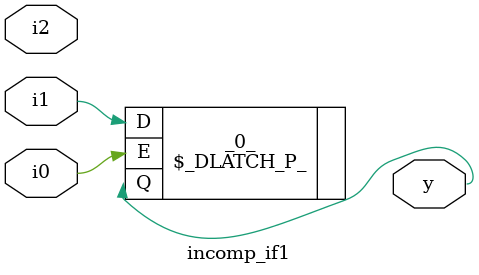
<source format=v>
/* Generated by Yosys 0.7 (git sha1 61f6811, gcc 6.2.0-11ubuntu1 -O2 -fdebug-prefix-map=/build/yosys-OIL3SR/yosys-0.7=. -fstack-protector-strong -fPIC -Os) */

module incomp_if1(i0, i1, i2, y);
  input i0;
  input i1;
  input i2;
  output y;
  \$_DLATCH_P_  _0_ (
    .D(i1),
    .E(i0),
    .Q(y)
  );
endmodule

</source>
